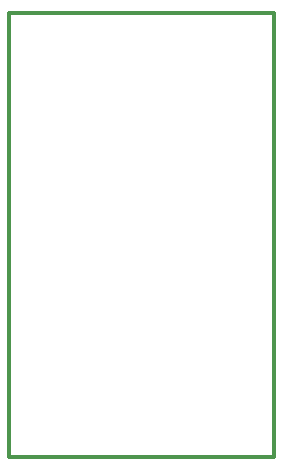
<source format=gbr>
G04 DesignSpark PCB Gerber Version 9.0 Build 5138 *
%FSLAX35Y35*%
%MOIN*%
%ADD88C,0.01200*%
X0Y0D02*
D02*
D88*
X600Y600D02*
X89100D01*
Y148600*
X600*
Y600*
X0Y0D02*
M02*

</source>
